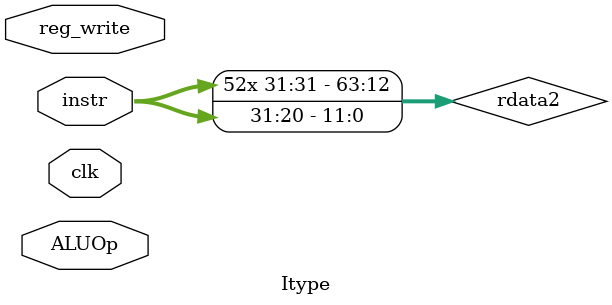
<source format=v>
`include "ALU_control.v"
`include "_64ALU.v"
`include "register.v"

module Itype(input clk,input [1:0]ALUOp,input reg_write,input [31:0]instr);
	wire [63:0]rdata1,rdata2,q,imm,rrdata2;	
	wire [63:0] d;
	wire [63:0] alu_in1,alu_in2,result;
	wire [1:0] ALUOp;
	wire Funct7,clk;
	wire [2:0] Funct3;
	wire [3:0] operation_result;
	assign rdata2 = {{53{instr[31]}},instr[30:20]}; // Sign Extension
	
	register RF(clk,rdata1,rrdata2,instr[19:15],instr[24:20],instr[11:7],d,reg_write);
	ALU_control my_alu_control(operation_result,ALUOp,instr[30],instr[14:12]);
	wire a_invert=operation_result[3];
	wire b_invert=operation_result[2];
	wire [1:0]operation=operation_result[1:0];
	_64ALU my_alu(d,carry_out,zero,rdata1,rdata2,a_invert,b_invert,b_invert,operation);
	initial
	begin
		$monitor("Time:%dClock:%b\tInstr:%h\tAluOp:%h\tOperationresult:%b\treg_write:%b\nReadData1: %h\t Read Data 2:%h \tWriteData %h\nrr1%d\trr2%d\twr%d\n",$time,clk,instr,ALUOp,operation_result,reg_write,rdata1,rdata2,d,instr[19:15],instr[24:20],instr[11:7]);
	end
	
endmodule 

</source>
